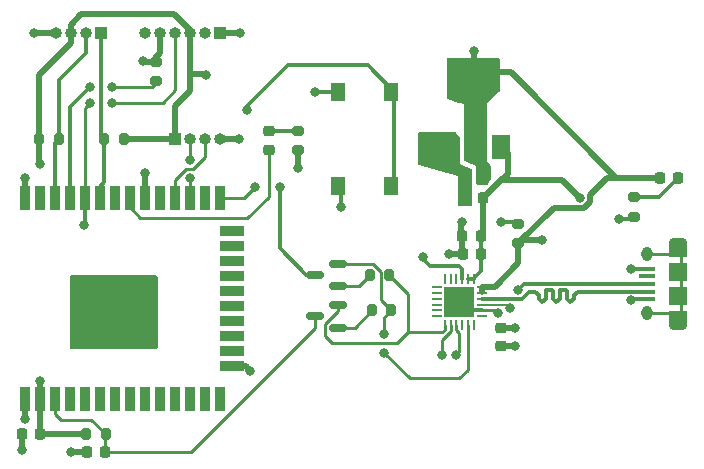
<source format=gbr>
%TF.GenerationSoftware,KiCad,Pcbnew,(6.0.2)*%
%TF.CreationDate,2022-04-19T16:18:31-05:00*%
%TF.ProjectId,Tlapixki-HelloWorld,546c6170-6978-46b6-992d-48656c6c6f57,rev?*%
%TF.SameCoordinates,Original*%
%TF.FileFunction,Copper,L1,Top*%
%TF.FilePolarity,Positive*%
%FSLAX46Y46*%
G04 Gerber Fmt 4.6, Leading zero omitted, Abs format (unit mm)*
G04 Created by KiCad (PCBNEW (6.0.2)) date 2022-04-19 16:18:31*
%MOMM*%
%LPD*%
G01*
G04 APERTURE LIST*
G04 Aperture macros list*
%AMRoundRect*
0 Rectangle with rounded corners*
0 $1 Rounding radius*
0 $2 $3 $4 $5 $6 $7 $8 $9 X,Y pos of 4 corners*
0 Add a 4 corners polygon primitive as box body*
4,1,4,$2,$3,$4,$5,$6,$7,$8,$9,$2,$3,0*
0 Add four circle primitives for the rounded corners*
1,1,$1+$1,$2,$3*
1,1,$1+$1,$4,$5*
1,1,$1+$1,$6,$7*
1,1,$1+$1,$8,$9*
0 Add four rect primitives between the rounded corners*
20,1,$1+$1,$2,$3,$4,$5,0*
20,1,$1+$1,$4,$5,$6,$7,0*
20,1,$1+$1,$6,$7,$8,$9,0*
20,1,$1+$1,$8,$9,$2,$3,0*%
G04 Aperture macros list end*
%TA.AperFunction,SMDPad,CuDef*%
%ADD10R,1.300000X1.550000*%
%TD*%
%TA.AperFunction,SMDPad,CuDef*%
%ADD11RoundRect,0.225000X0.225000X0.250000X-0.225000X0.250000X-0.225000X-0.250000X0.225000X-0.250000X0*%
%TD*%
%TA.AperFunction,SMDPad,CuDef*%
%ADD12RoundRect,0.200000X-0.275000X0.200000X-0.275000X-0.200000X0.275000X-0.200000X0.275000X0.200000X0*%
%TD*%
%TA.AperFunction,SMDPad,CuDef*%
%ADD13RoundRect,0.200000X0.200000X0.275000X-0.200000X0.275000X-0.200000X-0.275000X0.200000X-0.275000X0*%
%TD*%
%TA.AperFunction,SMDPad,CuDef*%
%ADD14RoundRect,0.062500X0.350000X0.062500X-0.350000X0.062500X-0.350000X-0.062500X0.350000X-0.062500X0*%
%TD*%
%TA.AperFunction,SMDPad,CuDef*%
%ADD15RoundRect,0.062500X0.062500X0.350000X-0.062500X0.350000X-0.062500X-0.350000X0.062500X-0.350000X0*%
%TD*%
%TA.AperFunction,SMDPad,CuDef*%
%ADD16R,2.600000X2.600000*%
%TD*%
%TA.AperFunction,SMDPad,CuDef*%
%ADD17RoundRect,0.200000X-0.200000X-0.275000X0.200000X-0.275000X0.200000X0.275000X-0.200000X0.275000X0*%
%TD*%
%TA.AperFunction,SMDPad,CuDef*%
%ADD18RoundRect,0.150000X0.587500X0.150000X-0.587500X0.150000X-0.587500X-0.150000X0.587500X-0.150000X0*%
%TD*%
%TA.AperFunction,SMDPad,CuDef*%
%ADD19R,1.500000X2.000000*%
%TD*%
%TA.AperFunction,SMDPad,CuDef*%
%ADD20R,3.800000X2.000000*%
%TD*%
%TA.AperFunction,ComponentPad*%
%ADD21R,1.000000X1.000000*%
%TD*%
%TA.AperFunction,ComponentPad*%
%ADD22O,1.000000X1.000000*%
%TD*%
%TA.AperFunction,SMDPad,CuDef*%
%ADD23RoundRect,0.200000X0.275000X-0.200000X0.275000X0.200000X-0.275000X0.200000X-0.275000X-0.200000X0*%
%TD*%
%TA.AperFunction,SMDPad,CuDef*%
%ADD24RoundRect,0.218750X0.218750X0.256250X-0.218750X0.256250X-0.218750X-0.256250X0.218750X-0.256250X0*%
%TD*%
%TA.AperFunction,SMDPad,CuDef*%
%ADD25RoundRect,0.225000X-0.250000X0.225000X-0.250000X-0.225000X0.250000X-0.225000X0.250000X0.225000X0*%
%TD*%
%TA.AperFunction,SMDPad,CuDef*%
%ADD26R,1.350000X0.400000*%
%TD*%
%TA.AperFunction,SMDPad,CuDef*%
%ADD27R,1.550000X1.500000*%
%TD*%
%TA.AperFunction,SMDPad,CuDef*%
%ADD28R,1.550000X1.200000*%
%TD*%
%TA.AperFunction,ComponentPad*%
%ADD29O,1.550000X0.890000*%
%TD*%
%TA.AperFunction,ComponentPad*%
%ADD30O,0.950000X1.250000*%
%TD*%
%TA.AperFunction,SMDPad,CuDef*%
%ADD31RoundRect,0.218750X-0.256250X0.218750X-0.256250X-0.218750X0.256250X-0.218750X0.256250X0.218750X0*%
%TD*%
%TA.AperFunction,SMDPad,CuDef*%
%ADD32R,0.900000X2.000000*%
%TD*%
%TA.AperFunction,SMDPad,CuDef*%
%ADD33R,2.000000X0.900000*%
%TD*%
%TA.AperFunction,SMDPad,CuDef*%
%ADD34R,5.000000X5.000000*%
%TD*%
%TA.AperFunction,ViaPad*%
%ADD35C,0.800000*%
%TD*%
%TA.AperFunction,Conductor*%
%ADD36C,0.500000*%
%TD*%
%TA.AperFunction,Conductor*%
%ADD37C,0.300000*%
%TD*%
%TA.AperFunction,Conductor*%
%ADD38C,0.250000*%
%TD*%
%TA.AperFunction,Conductor*%
%ADD39C,0.200000*%
%TD*%
G04 APERTURE END LIST*
D10*
%TO.P,S1,1,A*%
%TO.N,GND*%
X96500000Y-105525000D03*
X96500000Y-113475000D03*
%TO.P,S1,2,B*%
%TO.N,GPIO18*%
X101000000Y-105525000D03*
X101000000Y-113475000D03*
%TD*%
D11*
%TO.P,C3,1*%
%TO.N,+3V3*%
X108775000Y-112500000D03*
%TO.P,C3,2*%
%TO.N,GND*%
X107225000Y-112500000D03*
%TD*%
D12*
%TO.P,R9,1*%
%TO.N,Net-(D2-Pad1)*%
X93100000Y-108775000D03*
%TO.P,R9,2*%
%TO.N,GND*%
X93100000Y-110425000D03*
%TD*%
D13*
%TO.P,R8,1*%
%TO.N,+3V3*%
X78325000Y-109500000D03*
%TO.P,R8,2*%
%TO.N,SDA*%
X76675000Y-109500000D03*
%TD*%
D14*
%TO.P,U2,1,~{RI}/CLK*%
%TO.N,unconnected-(U2-Pad1)*%
X108687500Y-124500000D03*
%TO.P,U2,2,GND*%
%TO.N,GND*%
X108687500Y-124000000D03*
%TO.P,U2,3,D+*%
%TO.N,/USB_D+*%
X108687500Y-123500000D03*
%TO.P,U2,4,D-*%
%TO.N,/USB_D-*%
X108687500Y-123000000D03*
%TO.P,U2,5,VIO*%
%TO.N,+3V3*%
X108687500Y-122500000D03*
%TO.P,U2,6,VDD*%
X108687500Y-122000000D03*
D15*
%TO.P,U2,7,VREGIN*%
%TO.N,VBUS*%
X108000000Y-121312500D03*
%TO.P,U2,8,VBUS*%
X107500000Y-121312500D03*
%TO.P,U2,9,~{RST}*%
%TO.N,Net-(R3-Pad1)*%
X107000000Y-121312500D03*
%TO.P,U2,10,NC*%
%TO.N,unconnected-(U2-Pad10)*%
X106500000Y-121312500D03*
%TO.P,U2,11,~{WAKEUP}/GPIO.3*%
%TO.N,unconnected-(U2-Pad11)*%
X106000000Y-121312500D03*
%TO.P,U2,12,RS485/GPIO.2*%
%TO.N,unconnected-(U2-Pad12)*%
X105500000Y-121312500D03*
D14*
%TO.P,U2,13,~{RXT}/GPIO.1*%
%TO.N,unconnected-(U2-Pad13)*%
X104812500Y-122000000D03*
%TO.P,U2,14,~{TXT}/GPIO.0*%
%TO.N,unconnected-(U2-Pad14)*%
X104812500Y-122500000D03*
%TO.P,U2,15,~{SUSPEND}*%
%TO.N,unconnected-(U2-Pad15)*%
X104812500Y-123000000D03*
%TO.P,U2,16,NC*%
%TO.N,unconnected-(U2-Pad16)*%
X104812500Y-123500000D03*
%TO.P,U2,17,SUSPEND*%
%TO.N,unconnected-(U2-Pad17)*%
X104812500Y-124000000D03*
%TO.P,U2,18,~{CTS}*%
%TO.N,unconnected-(U2-Pad18)*%
X104812500Y-124500000D03*
D15*
%TO.P,U2,19,~{RTS}*%
%TO.N,RTS*%
X105500000Y-125187500D03*
%TO.P,U2,20,RXD*%
%TO.N,TX0*%
X106000000Y-125187500D03*
%TO.P,U2,21,TXD*%
%TO.N,RX0*%
X106500000Y-125187500D03*
%TO.P,U2,22,~{DSR}*%
%TO.N,unconnected-(U2-Pad22)*%
X107000000Y-125187500D03*
%TO.P,U2,23,~{DTR}*%
%TO.N,DTR*%
X107500000Y-125187500D03*
%TO.P,U2,24,~{DCD}*%
%TO.N,unconnected-(U2-Pad24)*%
X108000000Y-125187500D03*
D16*
%TO.P,U2,25,GND*%
%TO.N,GND*%
X106750000Y-123250000D03*
%TD*%
D12*
%TO.P,R4,1*%
%TO.N,Net-(D1-Pad1)*%
X121500000Y-114425000D03*
%TO.P,R4,2*%
%TO.N,GND*%
X121500000Y-116075000D03*
%TD*%
D17*
%TO.P,R6,1*%
%TO.N,+3V3*%
X75175000Y-134500000D03*
%TO.P,R6,2*%
%TO.N,EN*%
X76825000Y-134500000D03*
%TD*%
D11*
%TO.P,C2,1*%
%TO.N,VBUS*%
X108550000Y-117700000D03*
%TO.P,C2,2*%
%TO.N,GND*%
X107000000Y-117700000D03*
%TD*%
D18*
%TO.P,Q1,1,B*%
%TO.N,Net-(Q1-Pad1)*%
X96437500Y-125450000D03*
%TO.P,Q1,2,E*%
%TO.N,RTS*%
X96437500Y-123550000D03*
%TO.P,Q1,3,C*%
%TO.N,EN*%
X94562500Y-124500000D03*
%TD*%
D19*
%TO.P,U1,1,GND*%
%TO.N,GND*%
X105700000Y-110150000D03*
%TO.P,U1,2,VO*%
%TO.N,+3V3*%
X108000000Y-110150000D03*
D20*
X108000000Y-103850000D03*
D19*
%TO.P,U1,3,VI*%
%TO.N,VBUS*%
X110300000Y-110150000D03*
%TD*%
D21*
%TO.P,J2,1,Pin_1*%
%TO.N,GND*%
X86500000Y-100500000D03*
D22*
%TO.P,J2,2,Pin_2*%
%TO.N,unconnected-(J2-Pad2)*%
X85230000Y-100500000D03*
%TO.P,J2,3,Pin_3*%
%TO.N,+3V3*%
X83960000Y-100500000D03*
%TO.P,J2,4,Pin_4*%
%TO.N,RX0*%
X82690000Y-100500000D03*
%TO.P,J2,5,Pin_5*%
%TO.N,TX0*%
X81420000Y-100500000D03*
%TO.P,J2,6,Pin_6*%
%TO.N,unconnected-(J2-Pad6)*%
X80150000Y-100500000D03*
%TD*%
D11*
%TO.P,C1,1*%
%TO.N,VBUS*%
X108775000Y-114500000D03*
%TO.P,C1,2*%
%TO.N,GND*%
X107225000Y-114500000D03*
%TD*%
D17*
%TO.P,R7,1*%
%TO.N,+3V3*%
X71175000Y-109500000D03*
%TO.P,R7,2*%
%TO.N,SCL*%
X72825000Y-109500000D03*
%TD*%
D11*
%TO.P,C4,1*%
%TO.N,VBUS*%
X108575000Y-119200000D03*
%TO.P,C4,2*%
%TO.N,GND*%
X107025000Y-119200000D03*
%TD*%
D23*
%TO.P,R5,1*%
%TO.N,Net-(R5-Pad1)*%
X81050000Y-104575000D03*
%TO.P,R5,2*%
%TO.N,TX0*%
X81050000Y-102925000D03*
%TD*%
D24*
%TO.P,D1,1,K*%
%TO.N,Net-(D1-Pad1)*%
X125287500Y-112750000D03*
%TO.P,D1,2,A*%
%TO.N,+3V3*%
X123712500Y-112750000D03*
%TD*%
D25*
%TO.P,C5,1*%
%TO.N,+3V3*%
X110250000Y-125475000D03*
%TO.P,C5,2*%
%TO.N,GND*%
X110250000Y-127025000D03*
%TD*%
D11*
%TO.P,C7,1*%
%TO.N,+3V3*%
X71275000Y-134500000D03*
%TO.P,C7,2*%
%TO.N,GND*%
X69725000Y-134500000D03*
%TD*%
D12*
%TO.P,R3,1*%
%TO.N,Net-(R3-Pad1)*%
X111750000Y-116675000D03*
%TO.P,R3,2*%
%TO.N,+3V3*%
X111750000Y-118325000D03*
%TD*%
D26*
%TO.P,J1,1,VBUS*%
%TO.N,VBUS*%
X122600000Y-123050000D03*
%TO.P,J1,2,D-*%
%TO.N,/USB_D-*%
X122600000Y-122400000D03*
%TO.P,J1,3,D+*%
%TO.N,/USB_D+*%
X122600000Y-121750000D03*
%TO.P,J1,4,ID*%
%TO.N,unconnected-(J1-Pad4)*%
X122600000Y-121100000D03*
%TO.P,J1,5,GND*%
%TO.N,GND*%
X122600000Y-120450000D03*
D27*
%TO.P,J1,6,Shield*%
%TO.N,unconnected-(J1-Pad6)*%
X125300000Y-120750000D03*
D28*
X125300000Y-118850000D03*
D29*
X125300000Y-125250000D03*
D30*
X122600000Y-119250000D03*
D27*
X125300000Y-122750000D03*
D28*
X125300000Y-124650000D03*
D30*
X122600000Y-124250000D03*
D29*
X125300000Y-118250000D03*
%TD*%
D11*
%TO.P,C6,1*%
%TO.N,EN*%
X76775000Y-136000000D03*
%TO.P,C6,2*%
%TO.N,GND*%
X75225000Y-136000000D03*
%TD*%
D21*
%TO.P,J3,1,Pin_1*%
%TO.N,SDA*%
X76400000Y-100500000D03*
D22*
%TO.P,J3,2,Pin_2*%
%TO.N,SCL*%
X75130000Y-100500000D03*
%TO.P,J3,3,Pin_3*%
%TO.N,+3V3*%
X73860000Y-100500000D03*
%TO.P,J3,4,Pin_4*%
%TO.N,GND*%
X72590000Y-100500000D03*
%TD*%
D21*
%TO.P,J4,1,Pin_1*%
%TO.N,+3V3*%
X82690000Y-109500000D03*
D22*
%TO.P,J4,2,Pin_2*%
%TO.N,RX2*%
X83960000Y-109500000D03*
%TO.P,J4,3,Pin_3*%
%TO.N,TX2*%
X85230000Y-109500000D03*
%TO.P,J4,4,Pin_4*%
%TO.N,GND*%
X86500000Y-109500000D03*
%TD*%
D31*
%TO.P,D2,1,K*%
%TO.N,Net-(D2-Pad1)*%
X90600000Y-108812500D03*
%TO.P,D2,2,A*%
%TO.N,GPIO19*%
X90600000Y-110387500D03*
%TD*%
D18*
%TO.P,Q2,1,B*%
%TO.N,Net-(Q2-Pad1)*%
X96437500Y-121950000D03*
%TO.P,Q2,2,E*%
%TO.N,DTR*%
X96437500Y-120050000D03*
%TO.P,Q2,3,C*%
%TO.N,GPIO0*%
X94562500Y-121000000D03*
%TD*%
D13*
%TO.P,R2,1*%
%TO.N,RTS*%
X100825000Y-121000000D03*
%TO.P,R2,2*%
%TO.N,Net-(Q2-Pad1)*%
X99175000Y-121000000D03*
%TD*%
D32*
%TO.P,U3,1,GND*%
%TO.N,GND*%
X69945000Y-131500000D03*
%TO.P,U3,2,VDD*%
%TO.N,+3V3*%
X71215000Y-131500000D03*
%TO.P,U3,3,EN*%
%TO.N,EN*%
X72485000Y-131500000D03*
%TO.P,U3,4,SENSOR_VP*%
%TO.N,unconnected-(U3-Pad4)*%
X73755000Y-131500000D03*
%TO.P,U3,5,SENSOR_VN*%
%TO.N,unconnected-(U3-Pad5)*%
X75025000Y-131500000D03*
%TO.P,U3,6,IO34*%
%TO.N,unconnected-(U3-Pad6)*%
X76295000Y-131500000D03*
%TO.P,U3,7,IO35*%
%TO.N,unconnected-(U3-Pad7)*%
X77565000Y-131500000D03*
%TO.P,U3,8,IO32*%
%TO.N,unconnected-(U3-Pad8)*%
X78835000Y-131500000D03*
%TO.P,U3,9,IO33*%
%TO.N,unconnected-(U3-Pad9)*%
X80105000Y-131500000D03*
%TO.P,U3,10,IO25*%
%TO.N,unconnected-(U3-Pad10)*%
X81375000Y-131500000D03*
%TO.P,U3,11,IO26*%
%TO.N,unconnected-(U3-Pad11)*%
X82645000Y-131500000D03*
%TO.P,U3,12,IO27*%
%TO.N,unconnected-(U3-Pad12)*%
X83915000Y-131500000D03*
%TO.P,U3,13,IO14*%
%TO.N,unconnected-(U3-Pad13)*%
X85185000Y-131500000D03*
%TO.P,U3,14,IO12*%
%TO.N,unconnected-(U3-Pad14)*%
X86455000Y-131500000D03*
D33*
%TO.P,U3,15,GND*%
%TO.N,GND*%
X87455000Y-128715000D03*
%TO.P,U3,16,IO13*%
%TO.N,unconnected-(U3-Pad16)*%
X87455000Y-127445000D03*
%TO.P,U3,17,SHD/SD2*%
%TO.N,unconnected-(U3-Pad17)*%
X87455000Y-126175000D03*
%TO.P,U3,18,SWP/SD3*%
%TO.N,unconnected-(U3-Pad18)*%
X87455000Y-124905000D03*
%TO.P,U3,19,SCS/CMD*%
%TO.N,unconnected-(U3-Pad19)*%
X87455000Y-123635000D03*
%TO.P,U3,20,SCK/CLK*%
%TO.N,unconnected-(U3-Pad20)*%
X87455000Y-122365000D03*
%TO.P,U3,21,SDO/SD0*%
%TO.N,unconnected-(U3-Pad21)*%
X87455000Y-121095000D03*
%TO.P,U3,22,SDI/SD1*%
%TO.N,unconnected-(U3-Pad22)*%
X87455000Y-119825000D03*
%TO.P,U3,23,IO15*%
%TO.N,unconnected-(U3-Pad23)*%
X87455000Y-118555000D03*
%TO.P,U3,24,IO2*%
%TO.N,unconnected-(U3-Pad24)*%
X87455000Y-117285000D03*
D32*
%TO.P,U3,25,IO0*%
%TO.N,GPIO0*%
X86455000Y-114500000D03*
%TO.P,U3,26,IO4*%
%TO.N,unconnected-(U3-Pad26)*%
X85185000Y-114500000D03*
%TO.P,U3,27,IO16*%
%TO.N,RX2*%
X83915000Y-114500000D03*
%TO.P,U3,28,IO17*%
%TO.N,TX2*%
X82645000Y-114500000D03*
%TO.P,U3,29,IO5*%
%TO.N,unconnected-(U3-Pad29)*%
X81375000Y-114500000D03*
%TO.P,U3,30,IO18*%
%TO.N,GPIO18*%
X80105000Y-114500000D03*
%TO.P,U3,31,IO19*%
%TO.N,GPIO19*%
X78835000Y-114500000D03*
%TO.P,U3,32,NC*%
%TO.N,unconnected-(U3-Pad32)*%
X77565000Y-114500000D03*
%TO.P,U3,33,IO21*%
%TO.N,SDA*%
X76295000Y-114500000D03*
%TO.P,U3,34,RXD0/IO3*%
%TO.N,RX0*%
X75025000Y-114500000D03*
%TO.P,U3,35,TXD0/IO1*%
%TO.N,Net-(R5-Pad1)*%
X73755000Y-114500000D03*
%TO.P,U3,36,IO22*%
%TO.N,SCL*%
X72485000Y-114500000D03*
%TO.P,U3,37,IO23*%
%TO.N,unconnected-(U3-Pad37)*%
X71215000Y-114500000D03*
%TO.P,U3,38,GND*%
%TO.N,GND*%
X69945000Y-114500000D03*
D34*
%TO.P,U3,39,GND*%
X77445000Y-124000000D03*
%TD*%
D13*
%TO.P,R1,1*%
%TO.N,DTR*%
X101000000Y-124000000D03*
%TO.P,R1,2*%
%TO.N,Net-(Q1-Pad1)*%
X99350000Y-124000000D03*
%TD*%
D35*
%TO.N,VBUS*%
X116950000Y-114500000D03*
X121250000Y-123154500D03*
%TO.N,GND*%
X80750000Y-122750000D03*
X73900000Y-136000000D03*
X88100000Y-109500000D03*
X70750000Y-100500000D03*
X74250000Y-122750000D03*
X70000000Y-112750000D03*
X74250000Y-124750000D03*
X93100000Y-111900000D03*
X120250000Y-116250000D03*
X89050000Y-129100000D03*
X69945000Y-133195000D03*
X80750000Y-123750000D03*
X111500000Y-127000000D03*
X88150000Y-100500000D03*
X121250000Y-120500000D03*
X80750000Y-121750000D03*
X74250000Y-121750000D03*
X110000000Y-124250000D03*
X69700000Y-135850000D03*
X96750000Y-115250000D03*
X80750000Y-124750000D03*
X103750000Y-110650000D03*
X106950000Y-116531321D03*
X105900000Y-119200000D03*
X80750000Y-125750000D03*
X74250000Y-123750000D03*
X74250000Y-125750000D03*
X94500000Y-105500000D03*
X103750000Y-109500000D03*
%TO.N,+3V3*%
X71200000Y-111600000D03*
X71200000Y-130000000D03*
X113750000Y-118000000D03*
X85300000Y-104050000D03*
X107950000Y-102000000D03*
X111500000Y-125500000D03*
%TO.N,/USB_D+*%
X111000000Y-123750000D03*
X111750000Y-122250000D03*
%TO.N,RX0*%
X75000000Y-116750000D03*
X77300000Y-106400000D03*
X106500000Y-127750000D03*
X75500000Y-106400000D03*
%TO.N,TX0*%
X79950000Y-102850000D03*
X105250000Y-127750000D03*
%TO.N,RX2*%
X83900000Y-112750000D03*
X83950000Y-111250000D03*
%TO.N,DTR*%
X100400000Y-127600000D03*
X100400000Y-126000000D03*
%TO.N,GPIO0*%
X89450000Y-113550000D03*
X91550000Y-113550000D03*
%TO.N,Net-(R3-Pad1)*%
X110250000Y-116500000D03*
X103650000Y-119450000D03*
%TO.N,GPIO18*%
X80150000Y-112400000D03*
X88750000Y-107000000D03*
%TO.N,Net-(R5-Pad1)*%
X77300000Y-105100000D03*
X75500000Y-105050000D03*
%TD*%
D36*
%TO.N,VBUS*%
X110300000Y-112975000D02*
X110850000Y-112425000D01*
D37*
X108575000Y-120675000D02*
X108575000Y-119200000D01*
X107500000Y-121312500D02*
X108000000Y-121312500D01*
X121259000Y-123050000D02*
X122915000Y-123050000D01*
X121245500Y-123154500D02*
X121345000Y-123055000D01*
D36*
X108775000Y-116625000D02*
X108775000Y-117775000D01*
X110300000Y-112975000D02*
X115425000Y-112975000D01*
D37*
X108000000Y-121312500D02*
X108000000Y-121250000D01*
D36*
X115425000Y-112975000D02*
X116950000Y-114500000D01*
X108775000Y-114500000D02*
X108775000Y-116625000D01*
X110850000Y-110700000D02*
X110300000Y-110150000D01*
D37*
X121154500Y-123154500D02*
X121245500Y-123154500D01*
X108000000Y-121250000D02*
X108575000Y-120675000D01*
X121250000Y-123154500D02*
X121154500Y-123154500D01*
D36*
X110850000Y-112425000D02*
X110850000Y-110700000D01*
D37*
X108550000Y-119500000D02*
X108550000Y-118000000D01*
D36*
X108775000Y-114500000D02*
X110300000Y-112975000D01*
D37*
X121154500Y-123154500D02*
X121259000Y-123050000D01*
D36*
%TO.N,GND*%
X111475000Y-127025000D02*
X111500000Y-127000000D01*
D37*
X96750000Y-115250000D02*
X96750000Y-113475000D01*
D36*
X87455000Y-128715000D02*
X88665000Y-128715000D01*
X107025000Y-119200000D02*
X105900000Y-119200000D01*
D38*
X109750000Y-124000000D02*
X110000000Y-124250000D01*
D36*
X75225000Y-136000000D02*
X73900000Y-136000000D01*
D38*
X108687500Y-124000000D02*
X109750000Y-124000000D01*
D36*
X86500000Y-100500000D02*
X88150000Y-100500000D01*
X69725000Y-135825000D02*
X69700000Y-135850000D01*
X88100000Y-109500000D02*
X86500000Y-109500000D01*
X107000000Y-119175000D02*
X107025000Y-119200000D01*
D37*
X96750000Y-105525000D02*
X94500000Y-105500000D01*
X121325000Y-116250000D02*
X121500000Y-116075000D01*
X120250000Y-116250000D02*
X121325000Y-116250000D01*
D36*
X69725000Y-134500000D02*
X69725000Y-135825000D01*
X69945000Y-131500000D02*
X69945000Y-133195000D01*
X106900000Y-116581321D02*
X106900000Y-117900000D01*
D37*
X108687500Y-124000000D02*
X107500000Y-124000000D01*
X107500000Y-124000000D02*
X106750000Y-123250000D01*
D36*
X69945000Y-112805000D02*
X70000000Y-112750000D01*
X93100000Y-110425000D02*
X93100000Y-111900000D01*
X88665000Y-128715000D02*
X89050000Y-129100000D01*
D37*
X121250000Y-120500000D02*
X122865000Y-120500000D01*
D36*
X106950000Y-116531321D02*
X106900000Y-116581321D01*
X110250000Y-127025000D02*
X111475000Y-127025000D01*
X70750000Y-100500000D02*
X72590000Y-100500000D01*
X107000000Y-117700000D02*
X107000000Y-119175000D01*
X69945000Y-114500000D02*
X69945000Y-112805000D01*
%TO.N,+3V3*%
X109750000Y-122000000D02*
X111750000Y-120000000D01*
X119250000Y-112750000D02*
X117799511Y-114200489D01*
X71215000Y-134440000D02*
X71275000Y-134500000D01*
X71200000Y-130000000D02*
X71200000Y-131485000D01*
X83960000Y-100260000D02*
X83960000Y-100500000D01*
X82690000Y-106710000D02*
X82690000Y-109500000D01*
X117799511Y-114200489D02*
X117799511Y-114851880D01*
X71275000Y-134500000D02*
X75175000Y-134500000D01*
X117301880Y-115349511D02*
X114725489Y-115349511D01*
X111100000Y-103850000D02*
X120000000Y-112750000D01*
X71150000Y-109475000D02*
X71175000Y-109500000D01*
X82600000Y-98900000D02*
X83960000Y-100260000D01*
X71175000Y-109500000D02*
X71175000Y-111575000D01*
X85210000Y-103960000D02*
X85300000Y-104050000D01*
X117799511Y-114851880D02*
X117301880Y-115349511D01*
X71215000Y-131500000D02*
X71215000Y-134440000D01*
X120000000Y-112750000D02*
X121000000Y-112750000D01*
X114725489Y-115349511D02*
X111750000Y-118325000D01*
X73860000Y-101340000D02*
X71150000Y-104050000D01*
X107950000Y-103800000D02*
X108000000Y-103850000D01*
X112075000Y-118000000D02*
X111750000Y-118325000D01*
X73860000Y-100500000D02*
X73860000Y-99790000D01*
X74750000Y-98900000D02*
X82600000Y-98900000D01*
X73860000Y-99790000D02*
X74750000Y-98900000D01*
X71175000Y-111575000D02*
X71200000Y-111600000D01*
X108000000Y-103850000D02*
X111100000Y-103850000D01*
X71200000Y-131485000D02*
X71215000Y-131500000D01*
X121000000Y-112750000D02*
X119250000Y-112750000D01*
X111475000Y-125475000D02*
X110250000Y-125475000D01*
X78325000Y-109500000D02*
X82690000Y-109500000D01*
X83960000Y-103960000D02*
X83960000Y-105440000D01*
X107950000Y-102000000D02*
X107950000Y-103800000D01*
X111750000Y-120000000D02*
X111750000Y-118325000D01*
X83960000Y-103960000D02*
X85210000Y-103960000D01*
X108687500Y-122000000D02*
X109750000Y-122000000D01*
X121000000Y-112750000D02*
X123712500Y-112750000D01*
X111500000Y-125500000D02*
X111475000Y-125475000D01*
X83960000Y-105440000D02*
X82690000Y-106710000D01*
X113750000Y-118000000D02*
X112075000Y-118000000D01*
X71150000Y-104850000D02*
X71150000Y-109475000D01*
X73860000Y-100500000D02*
X73860000Y-101340000D01*
X71150000Y-104050000D02*
X71150000Y-104850000D01*
X83960000Y-100500000D02*
X83960000Y-103960000D01*
X108687500Y-122000000D02*
X108687500Y-122400480D01*
D38*
%TO.N,EN*%
X84054022Y-136000000D02*
X94562500Y-125491522D01*
X72985000Y-133250000D02*
X75575000Y-133250000D01*
X94562500Y-125491522D02*
X94562500Y-124500000D01*
X76775000Y-136000000D02*
X84054022Y-136000000D01*
X76775000Y-136000000D02*
X76775000Y-134550000D01*
X72485000Y-132750000D02*
X72985000Y-133250000D01*
X75575000Y-133250000D02*
X76825000Y-134500000D01*
X72485000Y-131500000D02*
X72485000Y-132750000D01*
X76775000Y-134550000D02*
X76825000Y-134500000D01*
D37*
%TO.N,Net-(D1-Pad1)*%
X121500000Y-114425000D02*
X123612500Y-114425000D01*
X123612500Y-114425000D02*
X125287500Y-112750000D01*
%TO.N,Net-(D2-Pad1)*%
X90600000Y-108812500D02*
X93062500Y-108812500D01*
X93062500Y-108812500D02*
X93100000Y-108775000D01*
D38*
%TO.N,GPIO19*%
X88800000Y-116150000D02*
X79750000Y-116150000D01*
X90600000Y-110387500D02*
X90600000Y-114350000D01*
X79750000Y-116150000D02*
X78835000Y-115235000D01*
X90600000Y-114350000D02*
X88800000Y-116150000D01*
X78835000Y-115235000D02*
X78835000Y-114500000D01*
D37*
%TO.N,/USB_D-*%
X114950000Y-123319442D02*
X115250000Y-123019442D01*
X113750000Y-123319442D02*
X114050000Y-123019442D01*
X114650000Y-122350000D02*
X114650000Y-123019442D01*
X115250000Y-123019442D02*
X115250000Y-122350000D01*
X112059970Y-123000000D02*
X112659970Y-122400000D01*
X114100000Y-122300000D02*
X114600000Y-122300000D01*
X114600000Y-122300000D02*
X114650000Y-122350000D01*
X114050000Y-122350000D02*
X114100000Y-122300000D01*
X115850000Y-122350000D02*
X115850000Y-123019442D01*
X116450000Y-123019442D02*
X116450000Y-122700000D01*
X113450000Y-122700000D02*
X113450000Y-123019442D01*
X116450000Y-122700000D02*
X116750000Y-122400000D01*
X108687500Y-123000000D02*
X112059970Y-123000000D01*
X115800000Y-122300000D02*
X115850000Y-122350000D01*
X113150000Y-122400000D02*
X113450000Y-122700000D01*
X116150000Y-123319442D02*
X116450000Y-123019442D01*
X115250000Y-122350000D02*
X115300000Y-122300000D01*
X115300000Y-122300000D02*
X115800000Y-122300000D01*
X114050000Y-123019442D02*
X114050000Y-122350000D01*
X115850000Y-123019442D02*
X116150000Y-123319442D01*
X112659970Y-122400000D02*
X113150000Y-122400000D01*
X116750000Y-122400000D02*
X122915000Y-122400000D01*
X113450000Y-123019442D02*
X113750000Y-123319442D01*
X114650000Y-123019442D02*
X114950000Y-123319442D01*
D39*
%TO.N,/USB_D+*%
X111000000Y-123750000D02*
X110750000Y-123500000D01*
D37*
X112250000Y-121750000D02*
X122915000Y-121750000D01*
D39*
X110750000Y-123500000D02*
X108687500Y-123500000D01*
D37*
X111750000Y-122250000D02*
X112250000Y-121750000D01*
D38*
%TO.N,unconnected-(J1-Pad6)*%
X125550000Y-118850000D02*
X125550000Y-120750000D01*
X125550000Y-122750000D02*
X125550000Y-124650000D01*
X125550000Y-120750000D02*
X125550000Y-122750000D01*
X122850000Y-124250000D02*
X125150000Y-124250000D01*
X125150000Y-124250000D02*
X125550000Y-124650000D01*
X122850000Y-119250000D02*
X125150000Y-119250000D01*
X125150000Y-119250000D02*
X125550000Y-118850000D01*
%TO.N,RX0*%
X81650000Y-106400000D02*
X77300000Y-106400000D01*
X106500000Y-125647328D02*
X106500000Y-125187500D01*
X82690000Y-100500000D02*
X82690000Y-105360000D01*
D37*
X75025000Y-116725000D02*
X75025000Y-114500000D01*
X75000000Y-116750000D02*
X75025000Y-116725000D01*
D38*
X82690000Y-105360000D02*
X81650000Y-106400000D01*
X75025000Y-106875000D02*
X75500000Y-106400000D01*
X75025000Y-114500000D02*
X75025000Y-106875000D01*
X106750000Y-125897328D02*
X106500000Y-125647328D01*
X106750000Y-127500000D02*
X106750000Y-125897328D01*
X106500000Y-127750000D02*
X106750000Y-127500000D01*
D36*
%TO.N,TX0*%
X81050000Y-102925000D02*
X80025000Y-102925000D01*
D38*
X105250000Y-127750000D02*
X105250000Y-126500000D01*
D36*
X81000000Y-102600000D02*
X81420000Y-102180000D01*
D38*
X105250000Y-126500000D02*
X106000000Y-125750000D01*
D36*
X81420000Y-102180000D02*
X81420000Y-100500000D01*
X80025000Y-102925000D02*
X79950000Y-102850000D01*
D38*
X106000000Y-125750000D02*
X106000000Y-125187500D01*
D37*
%TO.N,SDA*%
X76675000Y-109500000D02*
X76400000Y-109225000D01*
X76700000Y-113150000D02*
X76700000Y-109525000D01*
X76295000Y-114500000D02*
X76295000Y-113555000D01*
X76295000Y-113555000D02*
X76700000Y-113150000D01*
X76400000Y-109225000D02*
X76400000Y-100500000D01*
%TO.N,SCL*%
X72485000Y-109840000D02*
X72825000Y-109500000D01*
X75130000Y-102220000D02*
X75130000Y-100500000D01*
X72825000Y-109500000D02*
X72825000Y-104525000D01*
X72485000Y-114500000D02*
X72485000Y-109840000D01*
X72825000Y-104525000D02*
X75130000Y-102220000D01*
D38*
%TO.N,RX2*%
X83915000Y-114500000D02*
X83915000Y-112765000D01*
X83915000Y-112765000D02*
X83900000Y-112750000D01*
X83960000Y-109500000D02*
X83960000Y-111240000D01*
X83960000Y-111240000D02*
X83950000Y-111250000D01*
%TO.N,TX2*%
X85230000Y-110994614D02*
X84199125Y-112025489D01*
X85230000Y-109500000D02*
X85230000Y-110994614D01*
X82645000Y-112955000D02*
X82645000Y-114500000D01*
X83574511Y-112025489D02*
X82645000Y-112955000D01*
X84199125Y-112025489D02*
X83574511Y-112025489D01*
%TO.N,Net-(Q1-Pad1)*%
X99350000Y-124000000D02*
X97900000Y-125450000D01*
X97900000Y-125450000D02*
X96437500Y-125450000D01*
%TO.N,RTS*%
X95375480Y-126175480D02*
X95950000Y-126750000D01*
X105500000Y-125614282D02*
X105264282Y-125850000D01*
X96437500Y-123550000D02*
X96437500Y-124041428D01*
X95950000Y-126750000D02*
X101250000Y-126750000D01*
X102400000Y-122575000D02*
X100825000Y-121000000D01*
X95375480Y-125103448D02*
X95375480Y-126175480D01*
X101500000Y-126750000D02*
X102400000Y-125850000D01*
X105500000Y-125187500D02*
X105500000Y-125614282D01*
X96437500Y-124041428D02*
X95375480Y-125103448D01*
X102400000Y-125850000D02*
X102400000Y-122575000D01*
X101250000Y-126750000D02*
X101500000Y-126750000D01*
X105264282Y-125850000D02*
X102400000Y-125850000D01*
%TO.N,Net-(Q2-Pad1)*%
X96437500Y-121950000D02*
X98225000Y-121950000D01*
X98225000Y-121950000D02*
X99175000Y-121000000D01*
%TO.N,DTR*%
X101000000Y-124000000D02*
X100400000Y-124600000D01*
X102550000Y-129750000D02*
X106750000Y-129750000D01*
X107500000Y-129000000D02*
X107500000Y-125187500D01*
X106750000Y-129750000D02*
X107500000Y-129000000D01*
X99441783Y-120050000D02*
X100100000Y-120708217D01*
X100100000Y-123100000D02*
X101000000Y-124000000D01*
X100400000Y-127600000D02*
X102550000Y-129750000D01*
X100400000Y-124600000D02*
X100400000Y-126000000D01*
X100100000Y-120708217D02*
X100100000Y-123100000D01*
X96437500Y-120050000D02*
X99441783Y-120050000D01*
D37*
%TO.N,GPIO0*%
X91550000Y-118750000D02*
X91550000Y-113550000D01*
X94562500Y-121000000D02*
X93800000Y-121000000D01*
D38*
X89450000Y-113550000D02*
X88500000Y-114500000D01*
X88500000Y-114500000D02*
X86455000Y-114500000D01*
D37*
X93800000Y-121000000D02*
X91550000Y-118750000D01*
%TO.N,Net-(R3-Pad1)*%
X103650000Y-119450000D02*
X103650000Y-119650000D01*
X107000000Y-120500000D02*
X107000000Y-121312500D01*
X110250000Y-116500000D02*
X111750000Y-116500000D01*
X103650000Y-119650000D02*
X104250000Y-120250000D01*
X104250000Y-120250000D02*
X106750000Y-120250000D01*
X106750000Y-120250000D02*
X107000000Y-120500000D01*
%TO.N,GPIO18*%
X98975000Y-103250000D02*
X101250000Y-105525000D01*
X88700000Y-106800000D02*
X92250000Y-103250000D01*
D36*
X80150000Y-114455000D02*
X80105000Y-114500000D01*
D37*
X92250000Y-103250000D02*
X98975000Y-103250000D01*
D36*
X80150000Y-112400000D02*
X80150000Y-114455000D01*
D37*
X101250000Y-105525000D02*
X101250000Y-113475000D01*
D38*
%TO.N,Net-(R5-Pad1)*%
X81000000Y-104825000D02*
X80725000Y-105100000D01*
D37*
X73755000Y-114500000D02*
X73755000Y-106795000D01*
X73755000Y-106795000D02*
X75500000Y-105050000D01*
D38*
X80725000Y-105100000D02*
X77300000Y-105100000D01*
%TD*%
%TA.AperFunction,Conductor*%
%TO.N,GND*%
G36*
X81096288Y-121018954D02*
G01*
X81177070Y-121072930D01*
X81231046Y-121153712D01*
X81250000Y-121249000D01*
X81250000Y-127001000D01*
X81231046Y-127096288D01*
X81177070Y-127177070D01*
X81096288Y-127231046D01*
X81001000Y-127250000D01*
X73999000Y-127250000D01*
X73903712Y-127231046D01*
X73822930Y-127177070D01*
X73768954Y-127096288D01*
X73750000Y-127001000D01*
X73750000Y-121249000D01*
X73768954Y-121153712D01*
X73822930Y-121072930D01*
X73903712Y-121018954D01*
X73999000Y-121000000D01*
X81001000Y-121000000D01*
X81096288Y-121018954D01*
G37*
%TD.AperFunction*%
%TD*%
%TA.AperFunction,Conductor*%
%TO.N,+3V3*%
G36*
X110093039Y-102619685D02*
G01*
X110138794Y-102672489D01*
X110150000Y-102724000D01*
X110150000Y-105442968D01*
X110130315Y-105510007D01*
X110106698Y-105537116D01*
X109100000Y-106400000D01*
X109100000Y-111350000D01*
X109107964Y-111359291D01*
X109370148Y-111665173D01*
X109398831Y-111728884D01*
X109400000Y-111745871D01*
X109400000Y-112862456D01*
X109379174Y-112931239D01*
X109136811Y-113294783D01*
X109083246Y-113339644D01*
X109033637Y-113350000D01*
X108274000Y-113350000D01*
X108206961Y-113330315D01*
X108161206Y-113277511D01*
X108150000Y-113226000D01*
X108150000Y-111800000D01*
X107223114Y-111382901D01*
X107170058Y-111337441D01*
X107150000Y-111269824D01*
X107150000Y-106550000D01*
X107137534Y-106545845D01*
X107137533Y-106545844D01*
X106919217Y-106473072D01*
X106700000Y-106400000D01*
X106699092Y-106399728D01*
X106699068Y-106399720D01*
X106178669Y-106243601D01*
X105788368Y-106126510D01*
X105729813Y-106088393D01*
X105701161Y-106024669D01*
X105700000Y-106007741D01*
X105700000Y-102724000D01*
X105719685Y-102656961D01*
X105772489Y-102611206D01*
X105824000Y-102600000D01*
X110026000Y-102600000D01*
X110093039Y-102619685D01*
G37*
%TD.AperFunction*%
%TD*%
%TA.AperFunction,Conductor*%
%TO.N,GND*%
G36*
X106452478Y-108919685D02*
G01*
X106487024Y-108952891D01*
X106777585Y-109367979D01*
X106800000Y-109439088D01*
X106800000Y-111600000D01*
X107726886Y-112017099D01*
X107779942Y-112062559D01*
X107800000Y-112130176D01*
X107800000Y-115026000D01*
X107780315Y-115093039D01*
X107727511Y-115138794D01*
X107676000Y-115150000D01*
X106774000Y-115150000D01*
X106706961Y-115130315D01*
X106661206Y-115077511D01*
X106650000Y-115026000D01*
X106650000Y-112650000D01*
X106638388Y-112646585D01*
X106638387Y-112646584D01*
X104498133Y-112017098D01*
X103339010Y-111676179D01*
X103280250Y-111638379D01*
X103251254Y-111574811D01*
X103250000Y-111557219D01*
X103250000Y-109024000D01*
X103269685Y-108956961D01*
X103322489Y-108911206D01*
X103374000Y-108900000D01*
X106385439Y-108900000D01*
X106452478Y-108919685D01*
G37*
%TD.AperFunction*%
%TD*%
M02*

</source>
